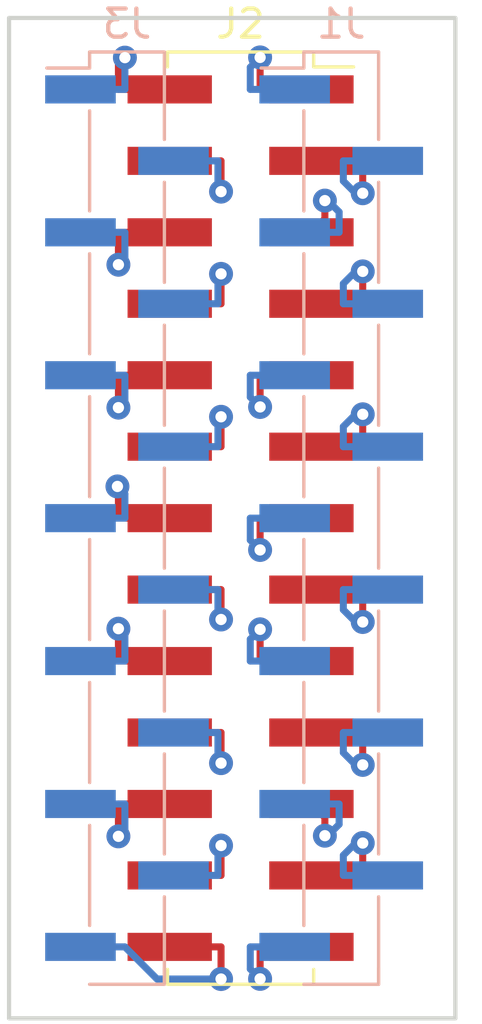
<source format=kicad_pcb>
(kicad_pcb (version 4) (host pcbnew 4.0.7-e2-6376~58~ubuntu16.04.1)

  (general
    (links 26)
    (no_connects 0)
    (area 152.002618 86.23 169.307382 122.995)
    (thickness 1.6)
    (drawings 4)
    (tracks 165)
    (zones 0)
    (modules 3)
    (nets 27)
  )

  (page A4)
  (layers
    (0 F.Cu signal)
    (31 B.Cu signal)
    (32 B.Adhes user)
    (33 F.Adhes user)
    (34 B.Paste user)
    (35 F.Paste user)
    (36 B.SilkS user)
    (37 F.SilkS user)
    (38 B.Mask user)
    (39 F.Mask user)
    (40 Dwgs.User user)
    (41 Cmts.User user)
    (42 Eco1.User user)
    (43 Eco2.User user)
    (44 Edge.Cuts user)
    (45 Margin user)
    (46 B.CrtYd user)
    (47 F.CrtYd user)
    (48 B.Fab user)
    (49 F.Fab user)
  )

  (setup
    (last_trace_width 0.25)
    (trace_clearance 0.2)
    (zone_clearance 0.508)
    (zone_45_only no)
    (trace_min 0.2)
    (segment_width 0.2)
    (edge_width 0.15)
    (via_size 0.85)
    (via_drill 0.4)
    (via_min_size 0.4)
    (via_min_drill 0.3)
    (uvia_size 0.3)
    (uvia_drill 0.1)
    (uvias_allowed no)
    (uvia_min_size 0.2)
    (uvia_min_drill 0.1)
    (pcb_text_width 0.3)
    (pcb_text_size 1.5 1.5)
    (mod_edge_width 0.15)
    (mod_text_size 1 1)
    (mod_text_width 0.15)
    (pad_size 1.524 1.524)
    (pad_drill 0.762)
    (pad_to_mask_clearance 0.2)
    (aux_axis_origin 0 0)
    (visible_elements FFFFFF7F)
    (pcbplotparams
      (layerselection 0x010f0_80000001)
      (usegerberextensions true)
      (excludeedgelayer true)
      (linewidth 0.100000)
      (plotframeref false)
      (viasonmask false)
      (mode 1)
      (useauxorigin false)
      (hpglpennumber 1)
      (hpglpenspeed 20)
      (hpglpendiameter 15)
      (hpglpenoverlay 2)
      (psnegative false)
      (psa4output false)
      (plotreference true)
      (plotvalue true)
      (plotinvisibletext false)
      (padsonsilk false)
      (subtractmaskfromsilk false)
      (outputformat 1)
      (mirror false)
      (drillshape 0)
      (scaleselection 1)
      (outputdirectory r_02x13_2.54_gerber/))
  )

  (net 0 "")
  (net 1 "Net-(J1-Pad2)")
  (net 2 "Net-(J1-Pad4)")
  (net 3 "Net-(J1-Pad6)")
  (net 4 "Net-(J1-Pad8)")
  (net 5 "Net-(J1-Pad10)")
  (net 6 "Net-(J1-Pad12)")
  (net 7 "Net-(J1-Pad1)")
  (net 8 "Net-(J1-Pad3)")
  (net 9 "Net-(J1-Pad5)")
  (net 10 "Net-(J1-Pad7)")
  (net 11 "Net-(J1-Pad9)")
  (net 12 "Net-(J1-Pad11)")
  (net 13 "Net-(J1-Pad13)")
  (net 14 "Net-(J2-Pad2)")
  (net 15 "Net-(J2-Pad4)")
  (net 16 "Net-(J2-Pad6)")
  (net 17 "Net-(J2-Pad8)")
  (net 18 "Net-(J2-Pad10)")
  (net 19 "Net-(J2-Pad12)")
  (net 20 "Net-(J2-Pad14)")
  (net 21 "Net-(J2-Pad16)")
  (net 22 "Net-(J2-Pad18)")
  (net 23 "Net-(J2-Pad20)")
  (net 24 "Net-(J2-Pad22)")
  (net 25 "Net-(J2-Pad24)")
  (net 26 "Net-(J2-Pad26)")

  (net_class Default "This is the default net class."
    (clearance 0.2)
    (trace_width 0.25)
    (via_dia 0.85)
    (via_drill 0.4)
    (uvia_dia 0.3)
    (uvia_drill 0.1)
    (add_net "Net-(J1-Pad1)")
    (add_net "Net-(J1-Pad10)")
    (add_net "Net-(J1-Pad11)")
    (add_net "Net-(J1-Pad12)")
    (add_net "Net-(J1-Pad13)")
    (add_net "Net-(J1-Pad2)")
    (add_net "Net-(J1-Pad3)")
    (add_net "Net-(J1-Pad4)")
    (add_net "Net-(J1-Pad5)")
    (add_net "Net-(J1-Pad6)")
    (add_net "Net-(J1-Pad7)")
    (add_net "Net-(J1-Pad8)")
    (add_net "Net-(J1-Pad9)")
    (add_net "Net-(J2-Pad10)")
    (add_net "Net-(J2-Pad12)")
    (add_net "Net-(J2-Pad14)")
    (add_net "Net-(J2-Pad16)")
    (add_net "Net-(J2-Pad18)")
    (add_net "Net-(J2-Pad2)")
    (add_net "Net-(J2-Pad20)")
    (add_net "Net-(J2-Pad22)")
    (add_net "Net-(J2-Pad24)")
    (add_net "Net-(J2-Pad26)")
    (add_net "Net-(J2-Pad4)")
    (add_net "Net-(J2-Pad6)")
    (add_net "Net-(J2-Pad8)")
  )

  (module Pin_Headers:Pin_Header_Straight_1x13_Pitch2.54mm_SMD_Pin1Right (layer B.Cu) (tedit 59650532) (tstamp 5A4D615D)
    (at 164.215 104.775 180)
    (descr "surface-mounted straight pin header, 1x13, 2.54mm pitch, single row, style 2 (pin 1 right)")
    (tags "Surface mounted pin header SMD 1x13 2.54mm single row style2 pin1 right")
    (path /5A4D0D77)
    (attr smd)
    (fp_text reference J1 (at 0 17.57 180) (layer B.SilkS)
      (effects (font (size 1 1) (thickness 0.15)) (justify mirror))
    )
    (fp_text value Conn_01x13_Odd (at -3.425 0 450) (layer B.Fab)
      (effects (font (size 1 1) (thickness 0.15)) (justify mirror))
    )
    (fp_line (start 1.27 -16.51) (end -1.27 -16.51) (layer B.Fab) (width 0.1))
    (fp_line (start -1.27 16.51) (end 0.32 16.51) (layer B.Fab) (width 0.1))
    (fp_line (start 1.27 -16.51) (end 1.27 15.56) (layer B.Fab) (width 0.1))
    (fp_line (start 1.27 15.56) (end 0.32 16.51) (layer B.Fab) (width 0.1))
    (fp_line (start -1.27 16.51) (end -1.27 -16.51) (layer B.Fab) (width 0.1))
    (fp_line (start -1.27 13.02) (end -2.54 13.02) (layer B.Fab) (width 0.1))
    (fp_line (start -2.54 13.02) (end -2.54 12.38) (layer B.Fab) (width 0.1))
    (fp_line (start -2.54 12.38) (end -1.27 12.38) (layer B.Fab) (width 0.1))
    (fp_line (start -1.27 7.94) (end -2.54 7.94) (layer B.Fab) (width 0.1))
    (fp_line (start -2.54 7.94) (end -2.54 7.3) (layer B.Fab) (width 0.1))
    (fp_line (start -2.54 7.3) (end -1.27 7.3) (layer B.Fab) (width 0.1))
    (fp_line (start -1.27 2.86) (end -2.54 2.86) (layer B.Fab) (width 0.1))
    (fp_line (start -2.54 2.86) (end -2.54 2.22) (layer B.Fab) (width 0.1))
    (fp_line (start -2.54 2.22) (end -1.27 2.22) (layer B.Fab) (width 0.1))
    (fp_line (start -1.27 -2.22) (end -2.54 -2.22) (layer B.Fab) (width 0.1))
    (fp_line (start -2.54 -2.22) (end -2.54 -2.86) (layer B.Fab) (width 0.1))
    (fp_line (start -2.54 -2.86) (end -1.27 -2.86) (layer B.Fab) (width 0.1))
    (fp_line (start -1.27 -7.3) (end -2.54 -7.3) (layer B.Fab) (width 0.1))
    (fp_line (start -2.54 -7.3) (end -2.54 -7.94) (layer B.Fab) (width 0.1))
    (fp_line (start -2.54 -7.94) (end -1.27 -7.94) (layer B.Fab) (width 0.1))
    (fp_line (start -1.27 -12.38) (end -2.54 -12.38) (layer B.Fab) (width 0.1))
    (fp_line (start -2.54 -12.38) (end -2.54 -13.02) (layer B.Fab) (width 0.1))
    (fp_line (start -2.54 -13.02) (end -1.27 -13.02) (layer B.Fab) (width 0.1))
    (fp_line (start 1.27 15.56) (end 2.54 15.56) (layer B.Fab) (width 0.1))
    (fp_line (start 2.54 15.56) (end 2.54 14.92) (layer B.Fab) (width 0.1))
    (fp_line (start 2.54 14.92) (end 1.27 14.92) (layer B.Fab) (width 0.1))
    (fp_line (start 1.27 10.48) (end 2.54 10.48) (layer B.Fab) (width 0.1))
    (fp_line (start 2.54 10.48) (end 2.54 9.84) (layer B.Fab) (width 0.1))
    (fp_line (start 2.54 9.84) (end 1.27 9.84) (layer B.Fab) (width 0.1))
    (fp_line (start 1.27 5.4) (end 2.54 5.4) (layer B.Fab) (width 0.1))
    (fp_line (start 2.54 5.4) (end 2.54 4.76) (layer B.Fab) (width 0.1))
    (fp_line (start 2.54 4.76) (end 1.27 4.76) (layer B.Fab) (width 0.1))
    (fp_line (start 1.27 0.32) (end 2.54 0.32) (layer B.Fab) (width 0.1))
    (fp_line (start 2.54 0.32) (end 2.54 -0.32) (layer B.Fab) (width 0.1))
    (fp_line (start 2.54 -0.32) (end 1.27 -0.32) (layer B.Fab) (width 0.1))
    (fp_line (start 1.27 -4.76) (end 2.54 -4.76) (layer B.Fab) (width 0.1))
    (fp_line (start 2.54 -4.76) (end 2.54 -5.4) (layer B.Fab) (width 0.1))
    (fp_line (start 2.54 -5.4) (end 1.27 -5.4) (layer B.Fab) (width 0.1))
    (fp_line (start 1.27 -9.84) (end 2.54 -9.84) (layer B.Fab) (width 0.1))
    (fp_line (start 2.54 -9.84) (end 2.54 -10.48) (layer B.Fab) (width 0.1))
    (fp_line (start 2.54 -10.48) (end 1.27 -10.48) (layer B.Fab) (width 0.1))
    (fp_line (start 1.27 -14.92) (end 2.54 -14.92) (layer B.Fab) (width 0.1))
    (fp_line (start 2.54 -14.92) (end 2.54 -15.56) (layer B.Fab) (width 0.1))
    (fp_line (start 2.54 -15.56) (end 1.27 -15.56) (layer B.Fab) (width 0.1))
    (fp_line (start -1.33 16.57) (end 1.33 16.57) (layer B.SilkS) (width 0.12))
    (fp_line (start -1.33 -16.57) (end 1.33 -16.57) (layer B.SilkS) (width 0.12))
    (fp_line (start 1.33 14.48) (end 1.33 10.92) (layer B.SilkS) (width 0.12))
    (fp_line (start 1.33 9.4) (end 1.33 5.84) (layer B.SilkS) (width 0.12))
    (fp_line (start 1.33 4.32) (end 1.33 0.76) (layer B.SilkS) (width 0.12))
    (fp_line (start 1.33 -0.76) (end 1.33 -4.32) (layer B.SilkS) (width 0.12))
    (fp_line (start 1.33 -5.84) (end 1.33 -9.4) (layer B.SilkS) (width 0.12))
    (fp_line (start 1.33 -10.92) (end 1.33 -14.48) (layer B.SilkS) (width 0.12))
    (fp_line (start -1.33 16.57) (end -1.33 13.46) (layer B.SilkS) (width 0.12))
    (fp_line (start 1.33 16) (end 2.85 16) (layer B.SilkS) (width 0.12))
    (fp_line (start 1.33 16.57) (end 1.33 16) (layer B.SilkS) (width 0.12))
    (fp_line (start -1.33 -16) (end -1.33 -16.57) (layer B.SilkS) (width 0.12))
    (fp_line (start -1.33 11.94) (end -1.33 8.38) (layer B.SilkS) (width 0.12))
    (fp_line (start -1.33 6.86) (end -1.33 3.3) (layer B.SilkS) (width 0.12))
    (fp_line (start -1.33 1.78) (end -1.33 -1.78) (layer B.SilkS) (width 0.12))
    (fp_line (start -1.33 -3.3) (end -1.33 -6.86) (layer B.SilkS) (width 0.12))
    (fp_line (start -1.33 -8.38) (end -1.33 -11.94) (layer B.SilkS) (width 0.12))
    (fp_line (start -1.33 -13.46) (end -1.33 -16.57) (layer B.SilkS) (width 0.12))
    (fp_line (start -3.45 17.05) (end -3.45 -17.05) (layer B.CrtYd) (width 0.05))
    (fp_line (start -3.45 -17.05) (end 3.45 -17.05) (layer B.CrtYd) (width 0.05))
    (fp_line (start 3.45 -17.05) (end 3.45 17.05) (layer B.CrtYd) (width 0.05))
    (fp_line (start 3.45 17.05) (end -3.45 17.05) (layer B.CrtYd) (width 0.05))
    (fp_text user %R (at 0 0 450) (layer B.Fab)
      (effects (font (size 1 1) (thickness 0.15)) (justify mirror))
    )
    (pad 2 smd rect (at -1.655 12.7 180) (size 2.51 1) (layers B.Cu B.Paste B.Mask)
      (net 1 "Net-(J1-Pad2)"))
    (pad 4 smd rect (at -1.655 7.62 180) (size 2.51 1) (layers B.Cu B.Paste B.Mask)
      (net 2 "Net-(J1-Pad4)"))
    (pad 6 smd rect (at -1.655 2.54 180) (size 2.51 1) (layers B.Cu B.Paste B.Mask)
      (net 3 "Net-(J1-Pad6)"))
    (pad 8 smd rect (at -1.655 -2.54 180) (size 2.51 1) (layers B.Cu B.Paste B.Mask)
      (net 4 "Net-(J1-Pad8)"))
    (pad 10 smd rect (at -1.655 -7.62 180) (size 2.51 1) (layers B.Cu B.Paste B.Mask)
      (net 5 "Net-(J1-Pad10)"))
    (pad 12 smd rect (at -1.655 -12.7 180) (size 2.51 1) (layers B.Cu B.Paste B.Mask)
      (net 6 "Net-(J1-Pad12)"))
    (pad 1 smd rect (at 1.655 15.24 180) (size 2.51 1) (layers B.Cu B.Paste B.Mask)
      (net 7 "Net-(J1-Pad1)"))
    (pad 3 smd rect (at 1.655 10.16 180) (size 2.51 1) (layers B.Cu B.Paste B.Mask)
      (net 8 "Net-(J1-Pad3)"))
    (pad 5 smd rect (at 1.655 5.08 180) (size 2.51 1) (layers B.Cu B.Paste B.Mask)
      (net 9 "Net-(J1-Pad5)"))
    (pad 7 smd rect (at 1.655 0 180) (size 2.51 1) (layers B.Cu B.Paste B.Mask)
      (net 10 "Net-(J1-Pad7)"))
    (pad 9 smd rect (at 1.655 -5.08 180) (size 2.51 1) (layers B.Cu B.Paste B.Mask)
      (net 11 "Net-(J1-Pad9)"))
    (pad 11 smd rect (at 1.655 -10.16 180) (size 2.51 1) (layers B.Cu B.Paste B.Mask)
      (net 12 "Net-(J1-Pad11)"))
    (pad 13 smd rect (at 1.655 -15.24 180) (size 2.51 1) (layers B.Cu B.Paste B.Mask)
      (net 13 "Net-(J1-Pad13)"))
    (model ${KISYS3DMOD}/Pin_Headers.3dshapes/Pin_Header_Straight_1x13_Pitch2.54mm_SMD_Pin1Right.wrl
      (at (xyz 0 0 0))
      (scale (xyz 1 1 1))
      (rotate (xyz 0 0 0))
    )
  )

  (module Socket_Strips:Socket_Strip_Straight_2x13_Pitch2.54mm_SMD (layer F.Cu) (tedit 58CD5449) (tstamp 5A4D617B)
    (at 160.635 104.775)
    (descr "surface-mounted straight socket strip, 2x13, 2.54mm pitch, double rows")
    (tags "Surface mounted socket strip SMD 2x13 2.54mm double row")
    (path /5A4D101F)
    (attr smd)
    (fp_text reference J2 (at 0 -17.57) (layer F.SilkS)
      (effects (font (size 1 1) (thickness 0.15)))
    )
    (fp_text value Conn_02x13_Odd_Even (at 0.02 17.145) (layer F.Fab)
      (effects (font (size 1 1) (thickness 0.15)))
    )
    (fp_line (start -2.54 -16.51) (end -2.54 16.51) (layer F.Fab) (width 0.1))
    (fp_line (start -2.54 16.51) (end 2.54 16.51) (layer F.Fab) (width 0.1))
    (fp_line (start 2.54 16.51) (end 2.54 -16.51) (layer F.Fab) (width 0.1))
    (fp_line (start 2.54 -16.51) (end -2.54 -16.51) (layer F.Fab) (width 0.1))
    (fp_line (start -2.54 -15.56) (end -2.54 -14.92) (layer F.Fab) (width 0.1))
    (fp_line (start -2.54 -14.92) (end -3.92 -14.92) (layer F.Fab) (width 0.1))
    (fp_line (start -3.92 -14.92) (end -3.92 -15.56) (layer F.Fab) (width 0.1))
    (fp_line (start -3.92 -15.56) (end -2.54 -15.56) (layer F.Fab) (width 0.1))
    (fp_line (start 2.54 -15.56) (end 2.54 -14.92) (layer F.Fab) (width 0.1))
    (fp_line (start 2.54 -14.92) (end 3.92 -14.92) (layer F.Fab) (width 0.1))
    (fp_line (start 3.92 -14.92) (end 3.92 -15.56) (layer F.Fab) (width 0.1))
    (fp_line (start 3.92 -15.56) (end 2.54 -15.56) (layer F.Fab) (width 0.1))
    (fp_line (start -2.54 -13.02) (end -2.54 -12.38) (layer F.Fab) (width 0.1))
    (fp_line (start -2.54 -12.38) (end -3.92 -12.38) (layer F.Fab) (width 0.1))
    (fp_line (start -3.92 -12.38) (end -3.92 -13.02) (layer F.Fab) (width 0.1))
    (fp_line (start -3.92 -13.02) (end -2.54 -13.02) (layer F.Fab) (width 0.1))
    (fp_line (start 2.54 -13.02) (end 2.54 -12.38) (layer F.Fab) (width 0.1))
    (fp_line (start 2.54 -12.38) (end 3.92 -12.38) (layer F.Fab) (width 0.1))
    (fp_line (start 3.92 -12.38) (end 3.92 -13.02) (layer F.Fab) (width 0.1))
    (fp_line (start 3.92 -13.02) (end 2.54 -13.02) (layer F.Fab) (width 0.1))
    (fp_line (start -2.54 -10.48) (end -2.54 -9.84) (layer F.Fab) (width 0.1))
    (fp_line (start -2.54 -9.84) (end -3.92 -9.84) (layer F.Fab) (width 0.1))
    (fp_line (start -3.92 -9.84) (end -3.92 -10.48) (layer F.Fab) (width 0.1))
    (fp_line (start -3.92 -10.48) (end -2.54 -10.48) (layer F.Fab) (width 0.1))
    (fp_line (start 2.54 -10.48) (end 2.54 -9.84) (layer F.Fab) (width 0.1))
    (fp_line (start 2.54 -9.84) (end 3.92 -9.84) (layer F.Fab) (width 0.1))
    (fp_line (start 3.92 -9.84) (end 3.92 -10.48) (layer F.Fab) (width 0.1))
    (fp_line (start 3.92 -10.48) (end 2.54 -10.48) (layer F.Fab) (width 0.1))
    (fp_line (start -2.54 -7.94) (end -2.54 -7.3) (layer F.Fab) (width 0.1))
    (fp_line (start -2.54 -7.3) (end -3.92 -7.3) (layer F.Fab) (width 0.1))
    (fp_line (start -3.92 -7.3) (end -3.92 -7.94) (layer F.Fab) (width 0.1))
    (fp_line (start -3.92 -7.94) (end -2.54 -7.94) (layer F.Fab) (width 0.1))
    (fp_line (start 2.54 -7.94) (end 2.54 -7.3) (layer F.Fab) (width 0.1))
    (fp_line (start 2.54 -7.3) (end 3.92 -7.3) (layer F.Fab) (width 0.1))
    (fp_line (start 3.92 -7.3) (end 3.92 -7.94) (layer F.Fab) (width 0.1))
    (fp_line (start 3.92 -7.94) (end 2.54 -7.94) (layer F.Fab) (width 0.1))
    (fp_line (start -2.54 -5.4) (end -2.54 -4.76) (layer F.Fab) (width 0.1))
    (fp_line (start -2.54 -4.76) (end -3.92 -4.76) (layer F.Fab) (width 0.1))
    (fp_line (start -3.92 -4.76) (end -3.92 -5.4) (layer F.Fab) (width 0.1))
    (fp_line (start -3.92 -5.4) (end -2.54 -5.4) (layer F.Fab) (width 0.1))
    (fp_line (start 2.54 -5.4) (end 2.54 -4.76) (layer F.Fab) (width 0.1))
    (fp_line (start 2.54 -4.76) (end 3.92 -4.76) (layer F.Fab) (width 0.1))
    (fp_line (start 3.92 -4.76) (end 3.92 -5.4) (layer F.Fab) (width 0.1))
    (fp_line (start 3.92 -5.4) (end 2.54 -5.4) (layer F.Fab) (width 0.1))
    (fp_line (start -2.54 -2.86) (end -2.54 -2.22) (layer F.Fab) (width 0.1))
    (fp_line (start -2.54 -2.22) (end -3.92 -2.22) (layer F.Fab) (width 0.1))
    (fp_line (start -3.92 -2.22) (end -3.92 -2.86) (layer F.Fab) (width 0.1))
    (fp_line (start -3.92 -2.86) (end -2.54 -2.86) (layer F.Fab) (width 0.1))
    (fp_line (start 2.54 -2.86) (end 2.54 -2.22) (layer F.Fab) (width 0.1))
    (fp_line (start 2.54 -2.22) (end 3.92 -2.22) (layer F.Fab) (width 0.1))
    (fp_line (start 3.92 -2.22) (end 3.92 -2.86) (layer F.Fab) (width 0.1))
    (fp_line (start 3.92 -2.86) (end 2.54 -2.86) (layer F.Fab) (width 0.1))
    (fp_line (start -2.54 -0.32) (end -2.54 0.32) (layer F.Fab) (width 0.1))
    (fp_line (start -2.54 0.32) (end -3.92 0.32) (layer F.Fab) (width 0.1))
    (fp_line (start -3.92 0.32) (end -3.92 -0.32) (layer F.Fab) (width 0.1))
    (fp_line (start -3.92 -0.32) (end -2.54 -0.32) (layer F.Fab) (width 0.1))
    (fp_line (start 2.54 -0.32) (end 2.54 0.32) (layer F.Fab) (width 0.1))
    (fp_line (start 2.54 0.32) (end 3.92 0.32) (layer F.Fab) (width 0.1))
    (fp_line (start 3.92 0.32) (end 3.92 -0.32) (layer F.Fab) (width 0.1))
    (fp_line (start 3.92 -0.32) (end 2.54 -0.32) (layer F.Fab) (width 0.1))
    (fp_line (start -2.54 2.22) (end -2.54 2.86) (layer F.Fab) (width 0.1))
    (fp_line (start -2.54 2.86) (end -3.92 2.86) (layer F.Fab) (width 0.1))
    (fp_line (start -3.92 2.86) (end -3.92 2.22) (layer F.Fab) (width 0.1))
    (fp_line (start -3.92 2.22) (end -2.54 2.22) (layer F.Fab) (width 0.1))
    (fp_line (start 2.54 2.22) (end 2.54 2.86) (layer F.Fab) (width 0.1))
    (fp_line (start 2.54 2.86) (end 3.92 2.86) (layer F.Fab) (width 0.1))
    (fp_line (start 3.92 2.86) (end 3.92 2.22) (layer F.Fab) (width 0.1))
    (fp_line (start 3.92 2.22) (end 2.54 2.22) (layer F.Fab) (width 0.1))
    (fp_line (start -2.54 4.76) (end -2.54 5.4) (layer F.Fab) (width 0.1))
    (fp_line (start -2.54 5.4) (end -3.92 5.4) (layer F.Fab) (width 0.1))
    (fp_line (start -3.92 5.4) (end -3.92 4.76) (layer F.Fab) (width 0.1))
    (fp_line (start -3.92 4.76) (end -2.54 4.76) (layer F.Fab) (width 0.1))
    (fp_line (start 2.54 4.76) (end 2.54 5.4) (layer F.Fab) (width 0.1))
    (fp_line (start 2.54 5.4) (end 3.92 5.4) (layer F.Fab) (width 0.1))
    (fp_line (start 3.92 5.4) (end 3.92 4.76) (layer F.Fab) (width 0.1))
    (fp_line (start 3.92 4.76) (end 2.54 4.76) (layer F.Fab) (width 0.1))
    (fp_line (start -2.54 7.3) (end -2.54 7.94) (layer F.Fab) (width 0.1))
    (fp_line (start -2.54 7.94) (end -3.92 7.94) (layer F.Fab) (width 0.1))
    (fp_line (start -3.92 7.94) (end -3.92 7.3) (layer F.Fab) (width 0.1))
    (fp_line (start -3.92 7.3) (end -2.54 7.3) (layer F.Fab) (width 0.1))
    (fp_line (start 2.54 7.3) (end 2.54 7.94) (layer F.Fab) (width 0.1))
    (fp_line (start 2.54 7.94) (end 3.92 7.94) (layer F.Fab) (width 0.1))
    (fp_line (start 3.92 7.94) (end 3.92 7.3) (layer F.Fab) (width 0.1))
    (fp_line (start 3.92 7.3) (end 2.54 7.3) (layer F.Fab) (width 0.1))
    (fp_line (start -2.54 9.84) (end -2.54 10.48) (layer F.Fab) (width 0.1))
    (fp_line (start -2.54 10.48) (end -3.92 10.48) (layer F.Fab) (width 0.1))
    (fp_line (start -3.92 10.48) (end -3.92 9.84) (layer F.Fab) (width 0.1))
    (fp_line (start -3.92 9.84) (end -2.54 9.84) (layer F.Fab) (width 0.1))
    (fp_line (start 2.54 9.84) (end 2.54 10.48) (layer F.Fab) (width 0.1))
    (fp_line (start 2.54 10.48) (end 3.92 10.48) (layer F.Fab) (width 0.1))
    (fp_line (start 3.92 10.48) (end 3.92 9.84) (layer F.Fab) (width 0.1))
    (fp_line (start 3.92 9.84) (end 2.54 9.84) (layer F.Fab) (width 0.1))
    (fp_line (start -2.54 12.38) (end -2.54 13.02) (layer F.Fab) (width 0.1))
    (fp_line (start -2.54 13.02) (end -3.92 13.02) (layer F.Fab) (width 0.1))
    (fp_line (start -3.92 13.02) (end -3.92 12.38) (layer F.Fab) (width 0.1))
    (fp_line (start -3.92 12.38) (end -2.54 12.38) (layer F.Fab) (width 0.1))
    (fp_line (start 2.54 12.38) (end 2.54 13.02) (layer F.Fab) (width 0.1))
    (fp_line (start 2.54 13.02) (end 3.92 13.02) (layer F.Fab) (width 0.1))
    (fp_line (start 3.92 13.02) (end 3.92 12.38) (layer F.Fab) (width 0.1))
    (fp_line (start 3.92 12.38) (end 2.54 12.38) (layer F.Fab) (width 0.1))
    (fp_line (start -2.54 14.92) (end -2.54 15.56) (layer F.Fab) (width 0.1))
    (fp_line (start -2.54 15.56) (end -3.92 15.56) (layer F.Fab) (width 0.1))
    (fp_line (start -3.92 15.56) (end -3.92 14.92) (layer F.Fab) (width 0.1))
    (fp_line (start -3.92 14.92) (end -2.54 14.92) (layer F.Fab) (width 0.1))
    (fp_line (start 2.54 14.92) (end 2.54 15.56) (layer F.Fab) (width 0.1))
    (fp_line (start 2.54 15.56) (end 3.92 15.56) (layer F.Fab) (width 0.1))
    (fp_line (start 3.92 15.56) (end 3.92 14.92) (layer F.Fab) (width 0.1))
    (fp_line (start 3.92 14.92) (end 2.54 14.92) (layer F.Fab) (width 0.1))
    (fp_line (start -2.6 -16.04) (end -2.6 -16.57) (layer F.SilkS) (width 0.12))
    (fp_line (start -2.6 -16.57) (end 2.6 -16.57) (layer F.SilkS) (width 0.12))
    (fp_line (start 2.6 -16.57) (end 2.6 -16.04) (layer F.SilkS) (width 0.12))
    (fp_line (start -2.6 16.04) (end -2.6 16.57) (layer F.SilkS) (width 0.12))
    (fp_line (start -2.6 16.57) (end 2.6 16.57) (layer F.SilkS) (width 0.12))
    (fp_line (start 2.6 16.57) (end 2.6 16.04) (layer F.SilkS) (width 0.12))
    (fp_line (start 4.02 -16.04) (end 2.6 -16.04) (layer F.SilkS) (width 0.12))
    (fp_line (start -4.55 -17.05) (end -4.55 17.05) (layer F.CrtYd) (width 0.05))
    (fp_line (start -4.55 17.05) (end 4.55 17.05) (layer F.CrtYd) (width 0.05))
    (fp_line (start 4.55 17.05) (end 4.55 -17.05) (layer F.CrtYd) (width 0.05))
    (fp_line (start 4.55 -17.05) (end -4.55 -17.05) (layer F.CrtYd) (width 0.05))
    (fp_text user %R (at 0 -17.57) (layer F.Fab)
      (effects (font (size 1 1) (thickness 0.15)))
    )
    (pad 1 smd rect (at 2.52 -15.24) (size 3 1) (layers F.Cu F.Paste F.Mask)
      (net 7 "Net-(J1-Pad1)"))
    (pad 2 smd rect (at -2.52 -15.24) (size 3 1) (layers F.Cu F.Paste F.Mask)
      (net 14 "Net-(J2-Pad2)"))
    (pad 3 smd rect (at 2.52 -12.7) (size 3 1) (layers F.Cu F.Paste F.Mask)
      (net 1 "Net-(J1-Pad2)"))
    (pad 4 smd rect (at -2.52 -12.7) (size 3 1) (layers F.Cu F.Paste F.Mask)
      (net 15 "Net-(J2-Pad4)"))
    (pad 5 smd rect (at 2.52 -10.16) (size 3 1) (layers F.Cu F.Paste F.Mask)
      (net 8 "Net-(J1-Pad3)"))
    (pad 6 smd rect (at -2.52 -10.16) (size 3 1) (layers F.Cu F.Paste F.Mask)
      (net 16 "Net-(J2-Pad6)"))
    (pad 7 smd rect (at 2.52 -7.62) (size 3 1) (layers F.Cu F.Paste F.Mask)
      (net 2 "Net-(J1-Pad4)"))
    (pad 8 smd rect (at -2.52 -7.62) (size 3 1) (layers F.Cu F.Paste F.Mask)
      (net 17 "Net-(J2-Pad8)"))
    (pad 9 smd rect (at 2.52 -5.08) (size 3 1) (layers F.Cu F.Paste F.Mask)
      (net 9 "Net-(J1-Pad5)"))
    (pad 10 smd rect (at -2.52 -5.08) (size 3 1) (layers F.Cu F.Paste F.Mask)
      (net 18 "Net-(J2-Pad10)"))
    (pad 11 smd rect (at 2.52 -2.54) (size 3 1) (layers F.Cu F.Paste F.Mask)
      (net 3 "Net-(J1-Pad6)"))
    (pad 12 smd rect (at -2.52 -2.54) (size 3 1) (layers F.Cu F.Paste F.Mask)
      (net 19 "Net-(J2-Pad12)"))
    (pad 13 smd rect (at 2.52 0) (size 3 1) (layers F.Cu F.Paste F.Mask)
      (net 10 "Net-(J1-Pad7)"))
    (pad 14 smd rect (at -2.52 0) (size 3 1) (layers F.Cu F.Paste F.Mask)
      (net 20 "Net-(J2-Pad14)"))
    (pad 15 smd rect (at 2.52 2.54) (size 3 1) (layers F.Cu F.Paste F.Mask)
      (net 4 "Net-(J1-Pad8)"))
    (pad 16 smd rect (at -2.52 2.54) (size 3 1) (layers F.Cu F.Paste F.Mask)
      (net 21 "Net-(J2-Pad16)"))
    (pad 17 smd rect (at 2.52 5.08) (size 3 1) (layers F.Cu F.Paste F.Mask)
      (net 11 "Net-(J1-Pad9)"))
    (pad 18 smd rect (at -2.52 5.08) (size 3 1) (layers F.Cu F.Paste F.Mask)
      (net 22 "Net-(J2-Pad18)"))
    (pad 19 smd rect (at 2.52 7.62) (size 3 1) (layers F.Cu F.Paste F.Mask)
      (net 5 "Net-(J1-Pad10)"))
    (pad 20 smd rect (at -2.52 7.62) (size 3 1) (layers F.Cu F.Paste F.Mask)
      (net 23 "Net-(J2-Pad20)"))
    (pad 21 smd rect (at 2.52 10.16) (size 3 1) (layers F.Cu F.Paste F.Mask)
      (net 12 "Net-(J1-Pad11)"))
    (pad 22 smd rect (at -2.52 10.16) (size 3 1) (layers F.Cu F.Paste F.Mask)
      (net 24 "Net-(J2-Pad22)"))
    (pad 23 smd rect (at 2.52 12.7) (size 3 1) (layers F.Cu F.Paste F.Mask)
      (net 6 "Net-(J1-Pad12)"))
    (pad 24 smd rect (at -2.52 12.7) (size 3 1) (layers F.Cu F.Paste F.Mask)
      (net 25 "Net-(J2-Pad24)"))
    (pad 25 smd rect (at 2.52 15.24) (size 3 1) (layers F.Cu F.Paste F.Mask)
      (net 13 "Net-(J1-Pad13)"))
    (pad 26 smd rect (at -2.52 15.24) (size 3 1) (layers F.Cu F.Paste F.Mask)
      (net 26 "Net-(J2-Pad26)"))
    (model ${KISYS3DMOD}/Socket_Strips.3dshapes/Socket_Strip_Straight_2x13_Pitch2.54mm_SMD.wrl
      (at (xyz 0 0 0))
      (scale (xyz 1 1 1))
      (rotate (xyz 0 0 0))
    )
  )

  (module Pin_Headers:Pin_Header_Straight_1x13_Pitch2.54mm_SMD_Pin1Right (layer B.Cu) (tedit 59650532) (tstamp 5A4D618C)
    (at 156.595 104.775 180)
    (descr "surface-mounted straight pin header, 1x13, 2.54mm pitch, single row, style 2 (pin 1 right)")
    (tags "Surface mounted pin header SMD 1x13 2.54mm single row style2 pin1 right")
    (path /5A4D0D34)
    (attr smd)
    (fp_text reference J3 (at 0 17.57 180) (layer B.SilkS)
      (effects (font (size 1 1) (thickness 0.15)) (justify mirror))
    )
    (fp_text value Conn_01x13_Even (at 3.56 -3.175 270) (layer B.Fab)
      (effects (font (size 1 1) (thickness 0.15)) (justify mirror))
    )
    (fp_line (start 1.27 -16.51) (end -1.27 -16.51) (layer B.Fab) (width 0.1))
    (fp_line (start -1.27 16.51) (end 0.32 16.51) (layer B.Fab) (width 0.1))
    (fp_line (start 1.27 -16.51) (end 1.27 15.56) (layer B.Fab) (width 0.1))
    (fp_line (start 1.27 15.56) (end 0.32 16.51) (layer B.Fab) (width 0.1))
    (fp_line (start -1.27 16.51) (end -1.27 -16.51) (layer B.Fab) (width 0.1))
    (fp_line (start -1.27 13.02) (end -2.54 13.02) (layer B.Fab) (width 0.1))
    (fp_line (start -2.54 13.02) (end -2.54 12.38) (layer B.Fab) (width 0.1))
    (fp_line (start -2.54 12.38) (end -1.27 12.38) (layer B.Fab) (width 0.1))
    (fp_line (start -1.27 7.94) (end -2.54 7.94) (layer B.Fab) (width 0.1))
    (fp_line (start -2.54 7.94) (end -2.54 7.3) (layer B.Fab) (width 0.1))
    (fp_line (start -2.54 7.3) (end -1.27 7.3) (layer B.Fab) (width 0.1))
    (fp_line (start -1.27 2.86) (end -2.54 2.86) (layer B.Fab) (width 0.1))
    (fp_line (start -2.54 2.86) (end -2.54 2.22) (layer B.Fab) (width 0.1))
    (fp_line (start -2.54 2.22) (end -1.27 2.22) (layer B.Fab) (width 0.1))
    (fp_line (start -1.27 -2.22) (end -2.54 -2.22) (layer B.Fab) (width 0.1))
    (fp_line (start -2.54 -2.22) (end -2.54 -2.86) (layer B.Fab) (width 0.1))
    (fp_line (start -2.54 -2.86) (end -1.27 -2.86) (layer B.Fab) (width 0.1))
    (fp_line (start -1.27 -7.3) (end -2.54 -7.3) (layer B.Fab) (width 0.1))
    (fp_line (start -2.54 -7.3) (end -2.54 -7.94) (layer B.Fab) (width 0.1))
    (fp_line (start -2.54 -7.94) (end -1.27 -7.94) (layer B.Fab) (width 0.1))
    (fp_line (start -1.27 -12.38) (end -2.54 -12.38) (layer B.Fab) (width 0.1))
    (fp_line (start -2.54 -12.38) (end -2.54 -13.02) (layer B.Fab) (width 0.1))
    (fp_line (start -2.54 -13.02) (end -1.27 -13.02) (layer B.Fab) (width 0.1))
    (fp_line (start 1.27 15.56) (end 2.54 15.56) (layer B.Fab) (width 0.1))
    (fp_line (start 2.54 15.56) (end 2.54 14.92) (layer B.Fab) (width 0.1))
    (fp_line (start 2.54 14.92) (end 1.27 14.92) (layer B.Fab) (width 0.1))
    (fp_line (start 1.27 10.48) (end 2.54 10.48) (layer B.Fab) (width 0.1))
    (fp_line (start 2.54 10.48) (end 2.54 9.84) (layer B.Fab) (width 0.1))
    (fp_line (start 2.54 9.84) (end 1.27 9.84) (layer B.Fab) (width 0.1))
    (fp_line (start 1.27 5.4) (end 2.54 5.4) (layer B.Fab) (width 0.1))
    (fp_line (start 2.54 5.4) (end 2.54 4.76) (layer B.Fab) (width 0.1))
    (fp_line (start 2.54 4.76) (end 1.27 4.76) (layer B.Fab) (width 0.1))
    (fp_line (start 1.27 0.32) (end 2.54 0.32) (layer B.Fab) (width 0.1))
    (fp_line (start 2.54 0.32) (end 2.54 -0.32) (layer B.Fab) (width 0.1))
    (fp_line (start 2.54 -0.32) (end 1.27 -0.32) (layer B.Fab) (width 0.1))
    (fp_line (start 1.27 -4.76) (end 2.54 -4.76) (layer B.Fab) (width 0.1))
    (fp_line (start 2.54 -4.76) (end 2.54 -5.4) (layer B.Fab) (width 0.1))
    (fp_line (start 2.54 -5.4) (end 1.27 -5.4) (layer B.Fab) (width 0.1))
    (fp_line (start 1.27 -9.84) (end 2.54 -9.84) (layer B.Fab) (width 0.1))
    (fp_line (start 2.54 -9.84) (end 2.54 -10.48) (layer B.Fab) (width 0.1))
    (fp_line (start 2.54 -10.48) (end 1.27 -10.48) (layer B.Fab) (width 0.1))
    (fp_line (start 1.27 -14.92) (end 2.54 -14.92) (layer B.Fab) (width 0.1))
    (fp_line (start 2.54 -14.92) (end 2.54 -15.56) (layer B.Fab) (width 0.1))
    (fp_line (start 2.54 -15.56) (end 1.27 -15.56) (layer B.Fab) (width 0.1))
    (fp_line (start -1.33 16.57) (end 1.33 16.57) (layer B.SilkS) (width 0.12))
    (fp_line (start -1.33 -16.57) (end 1.33 -16.57) (layer B.SilkS) (width 0.12))
    (fp_line (start 1.33 14.48) (end 1.33 10.92) (layer B.SilkS) (width 0.12))
    (fp_line (start 1.33 9.4) (end 1.33 5.84) (layer B.SilkS) (width 0.12))
    (fp_line (start 1.33 4.32) (end 1.33 0.76) (layer B.SilkS) (width 0.12))
    (fp_line (start 1.33 -0.76) (end 1.33 -4.32) (layer B.SilkS) (width 0.12))
    (fp_line (start 1.33 -5.84) (end 1.33 -9.4) (layer B.SilkS) (width 0.12))
    (fp_line (start 1.33 -10.92) (end 1.33 -14.48) (layer B.SilkS) (width 0.12))
    (fp_line (start -1.33 16.57) (end -1.33 13.46) (layer B.SilkS) (width 0.12))
    (fp_line (start 1.33 16) (end 2.85 16) (layer B.SilkS) (width 0.12))
    (fp_line (start 1.33 16.57) (end 1.33 16) (layer B.SilkS) (width 0.12))
    (fp_line (start -1.33 -16) (end -1.33 -16.57) (layer B.SilkS) (width 0.12))
    (fp_line (start -1.33 11.94) (end -1.33 8.38) (layer B.SilkS) (width 0.12))
    (fp_line (start -1.33 6.86) (end -1.33 3.3) (layer B.SilkS) (width 0.12))
    (fp_line (start -1.33 1.78) (end -1.33 -1.78) (layer B.SilkS) (width 0.12))
    (fp_line (start -1.33 -3.3) (end -1.33 -6.86) (layer B.SilkS) (width 0.12))
    (fp_line (start -1.33 -8.38) (end -1.33 -11.94) (layer B.SilkS) (width 0.12))
    (fp_line (start -1.33 -13.46) (end -1.33 -16.57) (layer B.SilkS) (width 0.12))
    (fp_line (start -3.45 17.05) (end -3.45 -17.05) (layer B.CrtYd) (width 0.05))
    (fp_line (start -3.45 -17.05) (end 3.45 -17.05) (layer B.CrtYd) (width 0.05))
    (fp_line (start 3.45 -17.05) (end 3.45 17.05) (layer B.CrtYd) (width 0.05))
    (fp_line (start 3.45 17.05) (end -3.45 17.05) (layer B.CrtYd) (width 0.05))
    (fp_text user %R (at 0 0 450) (layer B.Fab)
      (effects (font (size 1 1) (thickness 0.15)) (justify mirror))
    )
    (pad 2 smd rect (at -1.655 12.7 180) (size 2.51 1) (layers B.Cu B.Paste B.Mask)
      (net 15 "Net-(J2-Pad4)"))
    (pad 4 smd rect (at -1.655 7.62 180) (size 2.51 1) (layers B.Cu B.Paste B.Mask)
      (net 17 "Net-(J2-Pad8)"))
    (pad 6 smd rect (at -1.655 2.54 180) (size 2.51 1) (layers B.Cu B.Paste B.Mask)
      (net 19 "Net-(J2-Pad12)"))
    (pad 8 smd rect (at -1.655 -2.54 180) (size 2.51 1) (layers B.Cu B.Paste B.Mask)
      (net 21 "Net-(J2-Pad16)"))
    (pad 10 smd rect (at -1.655 -7.62 180) (size 2.51 1) (layers B.Cu B.Paste B.Mask)
      (net 23 "Net-(J2-Pad20)"))
    (pad 12 smd rect (at -1.655 -12.7 180) (size 2.51 1) (layers B.Cu B.Paste B.Mask)
      (net 25 "Net-(J2-Pad24)"))
    (pad 1 smd rect (at 1.655 15.24 180) (size 2.51 1) (layers B.Cu B.Paste B.Mask)
      (net 14 "Net-(J2-Pad2)"))
    (pad 3 smd rect (at 1.655 10.16 180) (size 2.51 1) (layers B.Cu B.Paste B.Mask)
      (net 16 "Net-(J2-Pad6)"))
    (pad 5 smd rect (at 1.655 5.08 180) (size 2.51 1) (layers B.Cu B.Paste B.Mask)
      (net 18 "Net-(J2-Pad10)"))
    (pad 7 smd rect (at 1.655 0 180) (size 2.51 1) (layers B.Cu B.Paste B.Mask)
      (net 20 "Net-(J2-Pad14)"))
    (pad 9 smd rect (at 1.655 -5.08 180) (size 2.51 1) (layers B.Cu B.Paste B.Mask)
      (net 22 "Net-(J2-Pad18)"))
    (pad 11 smd rect (at 1.655 -10.16 180) (size 2.51 1) (layers B.Cu B.Paste B.Mask)
      (net 24 "Net-(J2-Pad22)"))
    (pad 13 smd rect (at 1.655 -15.24 180) (size 2.51 1) (layers B.Cu B.Paste B.Mask)
      (net 26 "Net-(J2-Pad26)"))
    (model ${KISYS3DMOD}/Pin_Headers.3dshapes/Pin_Header_Straight_1x13_Pitch2.54mm_SMD_Pin1Right.wrl
      (at (xyz 0 0 0))
      (scale (xyz 1 1 1))
      (rotate (xyz 0 0 0))
    )
  )

  (gr_line (start 152.4 122.555) (end 168.275 122.555) (layer Edge.Cuts) (width 0.15))
  (gr_line (start 152.4 86.995) (end 152.4 122.555) (layer Edge.Cuts) (width 0.15))
  (gr_line (start 168.275 86.995) (end 152.4 86.995) (layer Edge.Cuts) (width 0.15))
  (gr_line (start 168.275 122.555) (end 168.275 86.995) (layer Edge.Cuts) (width 0.15))

  (via (at 164.9803 93.2259) (size 0.85) (layers F.Cu B.Cu) (net 1))
  (segment (start 163.155 92.075) (end 164.9803 92.075) (width 0.25) (layer F.Cu) (net 1))
  (segment (start 165.87 92.075) (end 164.2897 92.075) (width 0.25) (layer B.Cu) (net 1))
  (segment (start 164.7246 93.2259) (end 164.9803 93.2259) (width 0.25) (layer B.Cu) (net 1))
  (segment (start 164.2897 92.791) (end 164.7246 93.2259) (width 0.25) (layer B.Cu) (net 1))
  (segment (start 164.2897 92.075) (end 164.2897 92.791) (width 0.25) (layer B.Cu) (net 1))
  (segment (start 164.9803 92.075) (end 164.9803 93.2259) (width 0.25) (layer F.Cu) (net 1))
  (via (at 164.9803 96.0041) (size 0.85) (layers F.Cu B.Cu) (net 2))
  (segment (start 163.155 97.155) (end 164.9803 97.155) (width 0.25) (layer F.Cu) (net 2))
  (segment (start 165.87 97.155) (end 164.2897 97.155) (width 0.25) (layer B.Cu) (net 2))
  (segment (start 164.7246 96.0041) (end 164.9803 96.0041) (width 0.25) (layer B.Cu) (net 2))
  (segment (start 164.2897 96.439) (end 164.7246 96.0041) (width 0.25) (layer B.Cu) (net 2))
  (segment (start 164.2897 97.155) (end 164.2897 96.439) (width 0.25) (layer B.Cu) (net 2))
  (segment (start 164.9803 97.155) (end 164.9803 96.0041) (width 0.25) (layer F.Cu) (net 2))
  (via (at 164.9803 101.0841) (size 0.85) (layers F.Cu B.Cu) (net 3))
  (segment (start 163.155 102.235) (end 164.9803 102.235) (width 0.25) (layer F.Cu) (net 3))
  (segment (start 165.87 102.235) (end 164.2897 102.235) (width 0.25) (layer B.Cu) (net 3))
  (segment (start 164.7246 101.0841) (end 164.9803 101.0841) (width 0.25) (layer B.Cu) (net 3))
  (segment (start 164.2897 101.519) (end 164.7246 101.0841) (width 0.25) (layer B.Cu) (net 3))
  (segment (start 164.2897 102.235) (end 164.2897 101.519) (width 0.25) (layer B.Cu) (net 3))
  (segment (start 164.9803 102.235) (end 164.9803 101.0841) (width 0.25) (layer F.Cu) (net 3))
  (via (at 164.9803 108.4659) (size 0.85) (layers F.Cu B.Cu) (net 4))
  (segment (start 163.155 107.315) (end 164.9803 107.315) (width 0.25) (layer F.Cu) (net 4))
  (segment (start 165.87 107.315) (end 164.2897 107.315) (width 0.25) (layer B.Cu) (net 4))
  (segment (start 164.7246 108.4659) (end 164.9803 108.4659) (width 0.25) (layer B.Cu) (net 4))
  (segment (start 164.2897 108.031) (end 164.7246 108.4659) (width 0.25) (layer B.Cu) (net 4))
  (segment (start 164.2897 107.315) (end 164.2897 108.031) (width 0.25) (layer B.Cu) (net 4))
  (segment (start 164.9803 107.315) (end 164.9803 108.4659) (width 0.25) (layer F.Cu) (net 4))
  (via (at 164.9803 113.5459) (size 0.85) (layers F.Cu B.Cu) (net 5))
  (segment (start 163.155 112.395) (end 164.9803 112.395) (width 0.25) (layer F.Cu) (net 5))
  (segment (start 165.87 112.395) (end 164.2897 112.395) (width 0.25) (layer B.Cu) (net 5))
  (segment (start 164.7246 113.5459) (end 164.9803 113.5459) (width 0.25) (layer B.Cu) (net 5))
  (segment (start 164.2897 113.111) (end 164.7246 113.5459) (width 0.25) (layer B.Cu) (net 5))
  (segment (start 164.2897 112.395) (end 164.2897 113.111) (width 0.25) (layer B.Cu) (net 5))
  (segment (start 164.9803 112.395) (end 164.9803 113.5459) (width 0.25) (layer F.Cu) (net 5))
  (via (at 164.9803 116.3241) (size 0.85) (layers F.Cu B.Cu) (net 6))
  (segment (start 163.155 117.475) (end 164.9803 117.475) (width 0.25) (layer F.Cu) (net 6))
  (segment (start 165.87 117.475) (end 164.2897 117.475) (width 0.25) (layer B.Cu) (net 6))
  (segment (start 164.7246 116.3241) (end 164.9803 116.3241) (width 0.25) (layer B.Cu) (net 6))
  (segment (start 164.2897 116.759) (end 164.7246 116.3241) (width 0.25) (layer B.Cu) (net 6))
  (segment (start 164.2897 117.475) (end 164.2897 116.759) (width 0.25) (layer B.Cu) (net 6))
  (segment (start 164.9803 117.475) (end 164.9803 116.3241) (width 0.25) (layer F.Cu) (net 6))
  (via (at 161.3297 88.3983) (size 0.85) (layers F.Cu B.Cu) (net 7))
  (segment (start 163.155 89.535) (end 161.3297 89.535) (width 0.25) (layer F.Cu) (net 7))
  (segment (start 160.9797 88.7483) (end 161.3297 88.3983) (width 0.25) (layer B.Cu) (net 7))
  (segment (start 160.9797 89.535) (end 160.9797 88.7483) (width 0.25) (layer B.Cu) (net 7))
  (segment (start 161.3297 89.535) (end 161.3297 88.3983) (width 0.25) (layer F.Cu) (net 7))
  (segment (start 162.56 89.535) (end 160.9797 89.535) (width 0.25) (layer B.Cu) (net 7))
  (via (at 163.634 93.4873) (size 0.85) (layers F.Cu B.Cu) (net 8))
  (segment (start 162.56 94.615) (end 164.1403 94.615) (width 0.25) (layer B.Cu) (net 8))
  (segment (start 163.7368 93.4873) (end 163.634 93.4873) (width 0.25) (layer B.Cu) (net 8))
  (segment (start 164.1403 93.8908) (end 163.7368 93.4873) (width 0.25) (layer B.Cu) (net 8))
  (segment (start 164.1403 94.615) (end 164.1403 93.8908) (width 0.25) (layer B.Cu) (net 8))
  (segment (start 163.634 94.136) (end 163.634 93.4873) (width 0.25) (layer F.Cu) (net 8))
  (segment (start 163.155 94.615) (end 163.634 94.136) (width 0.25) (layer F.Cu) (net 8))
  (via (at 161.3297 100.8225) (size 0.85) (layers F.Cu B.Cu) (net 9))
  (segment (start 163.155 99.695) (end 161.3297 99.695) (width 0.25) (layer F.Cu) (net 9))
  (segment (start 160.9797 100.4725) (end 161.3297 100.8225) (width 0.25) (layer B.Cu) (net 9))
  (segment (start 160.9797 99.695) (end 160.9797 100.4725) (width 0.25) (layer B.Cu) (net 9))
  (segment (start 161.3297 99.695) (end 161.3297 100.8225) (width 0.25) (layer F.Cu) (net 9))
  (segment (start 162.56 99.695) (end 160.9797 99.695) (width 0.25) (layer B.Cu) (net 9))
  (via (at 161.3297 105.9052) (size 0.85) (layers F.Cu B.Cu) (net 10))
  (segment (start 163.155 104.775) (end 161.3297 104.775) (width 0.25) (layer F.Cu) (net 10))
  (segment (start 160.9797 105.5552) (end 161.3297 105.9052) (width 0.25) (layer B.Cu) (net 10))
  (segment (start 160.9797 104.775) (end 160.9797 105.5552) (width 0.25) (layer B.Cu) (net 10))
  (segment (start 161.3297 104.775) (end 161.3297 105.9052) (width 0.25) (layer F.Cu) (net 10))
  (segment (start 162.56 104.775) (end 160.9797 104.775) (width 0.25) (layer B.Cu) (net 10))
  (via (at 161.3297 108.7275) (size 0.85) (layers F.Cu B.Cu) (net 11))
  (segment (start 163.155 109.855) (end 161.3297 109.855) (width 0.25) (layer F.Cu) (net 11))
  (segment (start 160.9797 109.0775) (end 161.3297 108.7275) (width 0.25) (layer B.Cu) (net 11))
  (segment (start 160.9797 109.855) (end 160.9797 109.0775) (width 0.25) (layer B.Cu) (net 11))
  (segment (start 161.3297 109.855) (end 161.3297 108.7275) (width 0.25) (layer F.Cu) (net 11))
  (segment (start 162.56 109.855) (end 160.9797 109.855) (width 0.25) (layer B.Cu) (net 11))
  (via (at 163.634 116.0627) (size 0.85) (layers F.Cu B.Cu) (net 12))
  (segment (start 162.56 114.935) (end 164.1403 114.935) (width 0.25) (layer B.Cu) (net 12))
  (segment (start 163.7368 116.0627) (end 163.634 116.0627) (width 0.25) (layer B.Cu) (net 12))
  (segment (start 164.1403 115.6592) (end 163.7368 116.0627) (width 0.25) (layer B.Cu) (net 12))
  (segment (start 164.1403 114.935) (end 164.1403 115.6592) (width 0.25) (layer B.Cu) (net 12))
  (segment (start 163.634 115.414) (end 163.634 116.0627) (width 0.25) (layer F.Cu) (net 12))
  (segment (start 163.155 114.935) (end 163.634 115.414) (width 0.25) (layer F.Cu) (net 12))
  (via (at 161.3297 121.1517) (size 0.85) (layers F.Cu B.Cu) (net 13))
  (segment (start 163.155 120.015) (end 161.3297 120.015) (width 0.25) (layer F.Cu) (net 13))
  (segment (start 160.9797 120.8017) (end 161.3297 121.1517) (width 0.25) (layer B.Cu) (net 13))
  (segment (start 160.9797 120.015) (end 160.9797 120.8017) (width 0.25) (layer B.Cu) (net 13))
  (segment (start 161.3297 120.015) (end 161.3297 121.1517) (width 0.25) (layer F.Cu) (net 13))
  (segment (start 162.56 120.015) (end 160.9797 120.015) (width 0.25) (layer B.Cu) (net 13))
  (via (at 156.5203 88.4057) (size 0.85) (layers F.Cu B.Cu) (net 14))
  (segment (start 158.115 89.535) (end 156.2897 89.535) (width 0.25) (layer F.Cu) (net 14))
  (segment (start 154.94 89.535) (end 156.5203 89.535) (width 0.25) (layer B.Cu) (net 14))
  (segment (start 156.5203 88.4057) (end 156.5203 89.535) (width 0.25) (layer B.Cu) (net 14))
  (segment (start 156.2897 88.6363) (end 156.5203 88.4057) (width 0.25) (layer F.Cu) (net 14))
  (segment (start 156.2897 89.535) (end 156.2897 88.6363) (width 0.25) (layer F.Cu) (net 14))
  (via (at 159.9403 93.1681) (size 0.85) (layers F.Cu B.Cu) (net 15))
  (segment (start 158.115 92.075) (end 159.9403 92.075) (width 0.25) (layer F.Cu) (net 15))
  (segment (start 158.25 92.075) (end 159.8303 92.075) (width 0.25) (layer B.Cu) (net 15))
  (segment (start 159.8303 93.0581) (end 159.9403 93.1681) (width 0.25) (layer B.Cu) (net 15))
  (segment (start 159.8303 92.075) (end 159.8303 93.0581) (width 0.25) (layer B.Cu) (net 15))
  (segment (start 159.9403 92.075) (end 159.9403 93.1681) (width 0.25) (layer F.Cu) (net 15))
  (via (at 156.2897 95.766) (size 0.85) (layers F.Cu B.Cu) (net 16))
  (segment (start 158.115 94.615) (end 156.2897 94.615) (width 0.25) (layer F.Cu) (net 16))
  (segment (start 154.94 94.615) (end 156.5203 94.615) (width 0.25) (layer B.Cu) (net 16))
  (segment (start 156.5203 95.5354) (end 156.2897 95.766) (width 0.25) (layer B.Cu) (net 16))
  (segment (start 156.5203 94.615) (end 156.5203 95.5354) (width 0.25) (layer B.Cu) (net 16))
  (segment (start 156.2897 94.615) (end 156.2897 95.766) (width 0.25) (layer F.Cu) (net 16))
  (via (at 159.9403 96.0925) (size 0.85) (layers F.Cu B.Cu) (net 17))
  (segment (start 158.115 97.155) (end 159.9403 97.155) (width 0.25) (layer F.Cu) (net 17))
  (segment (start 158.25 97.155) (end 159.8303 97.155) (width 0.25) (layer B.Cu) (net 17))
  (segment (start 159.8303 96.2025) (end 159.9403 96.0925) (width 0.25) (layer B.Cu) (net 17))
  (segment (start 159.8303 97.155) (end 159.8303 96.2025) (width 0.25) (layer B.Cu) (net 17))
  (segment (start 159.9403 97.155) (end 159.9403 96.0925) (width 0.25) (layer F.Cu) (net 17))
  (via (at 156.2897 100.846) (size 0.85) (layers F.Cu B.Cu) (net 18))
  (segment (start 158.115 99.695) (end 156.2897 99.695) (width 0.25) (layer F.Cu) (net 18))
  (segment (start 154.94 99.695) (end 156.5203 99.695) (width 0.25) (layer B.Cu) (net 18))
  (segment (start 156.5203 100.6154) (end 156.2897 100.846) (width 0.25) (layer B.Cu) (net 18))
  (segment (start 156.5203 99.695) (end 156.5203 100.6154) (width 0.25) (layer B.Cu) (net 18))
  (segment (start 156.2897 99.695) (end 156.2897 100.846) (width 0.25) (layer F.Cu) (net 18))
  (via (at 159.9403 101.1725) (size 0.85) (layers F.Cu B.Cu) (net 19))
  (segment (start 158.115 102.235) (end 159.9403 102.235) (width 0.25) (layer F.Cu) (net 19))
  (segment (start 158.25 102.235) (end 159.8303 102.235) (width 0.25) (layer B.Cu) (net 19))
  (segment (start 159.8303 101.2825) (end 159.9403 101.1725) (width 0.25) (layer B.Cu) (net 19))
  (segment (start 159.8303 102.235) (end 159.8303 101.2825) (width 0.25) (layer B.Cu) (net 19))
  (segment (start 159.9403 102.235) (end 159.9403 101.1725) (width 0.25) (layer F.Cu) (net 19))
  (via (at 156.255 103.6481) (size 0.85) (layers F.Cu B.Cu) (net 20))
  (segment (start 158.115 104.775) (end 156.2897 104.775) (width 0.25) (layer F.Cu) (net 20))
  (segment (start 156.5203 103.9134) (end 156.255 103.6481) (width 0.25) (layer B.Cu) (net 20))
  (segment (start 156.5203 104.775) (end 156.5203 103.9134) (width 0.25) (layer B.Cu) (net 20))
  (segment (start 156.2897 103.6828) (end 156.255 103.6481) (width 0.25) (layer F.Cu) (net 20))
  (segment (start 156.2897 104.775) (end 156.2897 103.6828) (width 0.25) (layer F.Cu) (net 20))
  (segment (start 154.94 104.775) (end 156.5203 104.775) (width 0.25) (layer B.Cu) (net 20))
  (via (at 159.9403 108.3774) (size 0.85) (layers F.Cu B.Cu) (net 21))
  (segment (start 158.115 107.315) (end 159.9403 107.315) (width 0.25) (layer F.Cu) (net 21))
  (segment (start 158.25 107.315) (end 159.8303 107.315) (width 0.25) (layer B.Cu) (net 21))
  (segment (start 159.8303 108.2674) (end 159.9403 108.3774) (width 0.25) (layer B.Cu) (net 21))
  (segment (start 159.8303 107.315) (end 159.8303 108.2674) (width 0.25) (layer B.Cu) (net 21))
  (segment (start 159.9403 107.315) (end 159.9403 108.3774) (width 0.25) (layer F.Cu) (net 21))
  (via (at 156.2897 108.704) (size 0.85) (layers F.Cu B.Cu) (net 22))
  (segment (start 158.115 109.855) (end 156.2897 109.855) (width 0.25) (layer F.Cu) (net 22))
  (segment (start 154.94 109.855) (end 156.5203 109.855) (width 0.25) (layer B.Cu) (net 22))
  (segment (start 156.5203 108.9346) (end 156.2897 108.704) (width 0.25) (layer B.Cu) (net 22))
  (segment (start 156.5203 109.855) (end 156.5203 108.9346) (width 0.25) (layer B.Cu) (net 22))
  (segment (start 156.2897 109.855) (end 156.2897 108.704) (width 0.25) (layer F.Cu) (net 22))
  (via (at 159.9403 113.4838) (size 0.85) (layers F.Cu B.Cu) (net 23))
  (segment (start 158.115 112.395) (end 159.9403 112.395) (width 0.25) (layer F.Cu) (net 23))
  (segment (start 158.25 112.395) (end 159.8303 112.395) (width 0.25) (layer B.Cu) (net 23))
  (segment (start 159.8303 113.3738) (end 159.9403 113.4838) (width 0.25) (layer B.Cu) (net 23))
  (segment (start 159.8303 112.395) (end 159.8303 113.3738) (width 0.25) (layer B.Cu) (net 23))
  (segment (start 159.9403 112.395) (end 159.9403 113.4838) (width 0.25) (layer F.Cu) (net 23))
  (via (at 156.2897 116.086) (size 0.85) (layers F.Cu B.Cu) (net 24))
  (segment (start 158.115 114.935) (end 156.2897 114.935) (width 0.25) (layer F.Cu) (net 24))
  (segment (start 154.94 114.935) (end 156.5203 114.935) (width 0.25) (layer B.Cu) (net 24))
  (segment (start 156.5203 115.8554) (end 156.2897 116.086) (width 0.25) (layer B.Cu) (net 24))
  (segment (start 156.5203 114.935) (end 156.5203 115.8554) (width 0.25) (layer B.Cu) (net 24))
  (segment (start 156.2897 114.935) (end 156.2897 116.086) (width 0.25) (layer F.Cu) (net 24))
  (via (at 159.9403 116.4125) (size 0.85) (layers F.Cu B.Cu) (net 25))
  (segment (start 158.115 117.475) (end 159.9403 117.475) (width 0.25) (layer F.Cu) (net 25))
  (segment (start 158.25 117.475) (end 159.8303 117.475) (width 0.25) (layer B.Cu) (net 25))
  (segment (start 159.8303 116.5225) (end 159.9403 116.4125) (width 0.25) (layer B.Cu) (net 25))
  (segment (start 159.8303 117.475) (end 159.8303 116.5225) (width 0.25) (layer B.Cu) (net 25))
  (segment (start 159.9403 117.475) (end 159.9403 116.4125) (width 0.25) (layer F.Cu) (net 25))
  (via (at 159.9403 121.1572) (size 0.85) (layers F.Cu B.Cu) (net 26))
  (segment (start 158.115 120.015) (end 159.9403 120.015) (width 0.25) (layer F.Cu) (net 26))
  (segment (start 154.94 120.015) (end 156.5203 120.015) (width 0.25) (layer B.Cu) (net 26))
  (segment (start 157.6625 121.1572) (end 159.9403 121.1572) (width 0.25) (layer B.Cu) (net 26))
  (segment (start 156.5203 120.015) (end 157.6625 121.1572) (width 0.25) (layer B.Cu) (net 26))
  (segment (start 159.9403 120.015) (end 159.9403 121.1572) (width 0.25) (layer F.Cu) (net 26))

)

</source>
